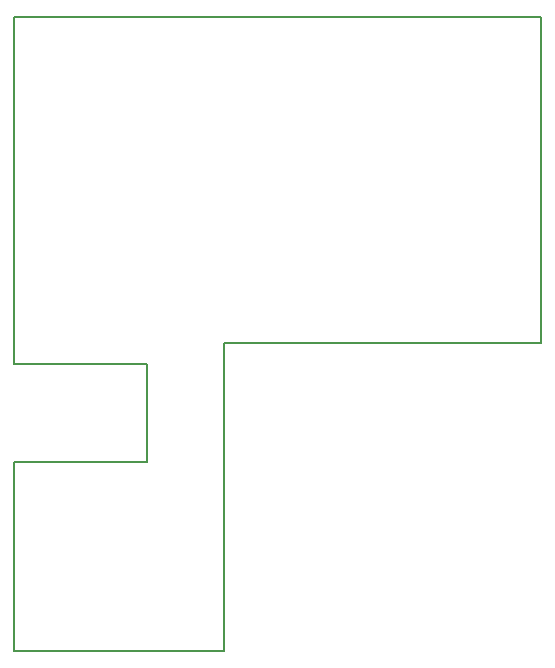
<source format=gm1>
G04 #@! TF.GenerationSoftware,KiCad,Pcbnew,(5.1.0)-1*
G04 #@! TF.CreationDate,2019-05-05T09:38:05-04:00*
G04 #@! TF.ProjectId,NO2C,4e4f3243-2e6b-4696-9361-645f70636258,v0.1.1*
G04 #@! TF.SameCoordinates,Original*
G04 #@! TF.FileFunction,Profile,NP*
%FSLAX46Y46*%
G04 Gerber Fmt 4.6, Leading zero omitted, Abs format (unit mm)*
G04 Created by KiCad (PCBNEW (5.1.0)-1) date 2019-05-05 09:38:06*
%MOMM*%
%LPD*%
G04 APERTURE LIST*
%ADD10C,0.150000*%
G04 APERTURE END LIST*
D10*
X164000000Y-91500000D02*
X190881000Y-91500000D01*
X164000000Y-117600000D02*
X164000000Y-91500000D01*
X146253200Y-93300000D02*
X157500000Y-93300000D01*
X146253200Y-101600000D02*
X157500000Y-101600000D01*
X146253200Y-101600568D02*
X146253200Y-117602000D01*
X157500000Y-93300000D02*
X157500000Y-101600568D01*
X190881000Y-91500000D02*
X190881000Y-63881000D01*
X190881000Y-63881000D02*
X146253200Y-63881000D01*
X146253200Y-117602000D02*
X164000000Y-117602000D01*
X146253200Y-63881000D02*
X146253200Y-93300000D01*
M02*

</source>
